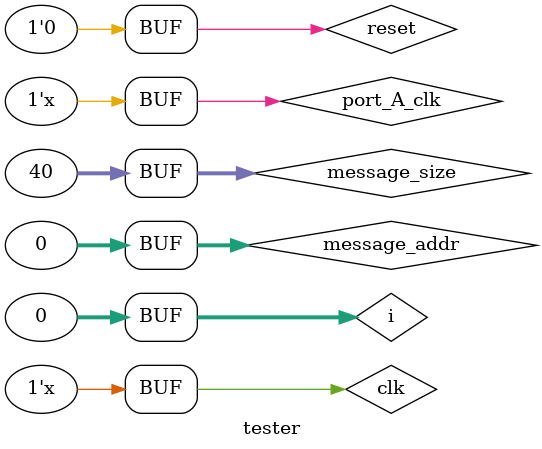
<source format=v>
module tester ();
reg	clk;
reg	reset;
wire	writing;
reg	[31:0] datain;
wire	CU1_lrunwo;
wire	CU1_haslast;
wire	CU2_haslast;
wire	CU3_haslast;
wire	CU4_haslast;
wire	[15:0] CU1_curr;
wire	[15:0] CU1_lrun;
wire	[15:0] CU2_curr;
wire	[15:0] CU3_curr;
wire	[15:0] CU4_curr;
wire [7:0] CU4_lrunlen;
wire [7:0] CU4_lrunval;
wire	[31:0] dataout;
wire	[31:0] dout_pipe;
reg [31:0] testmem [0:16383];
wire	port_A_clk;
wire	[15:0] port_A_addr;
wire	port_A_we;
reg [31:0] message_size;
reg [31:0] message_addr;
reg [31:0] portinput;
wire	firstread;
wire done_read;
wire done_write;

always begin
#5 clk = ~clk; // Toggle clock every 5 ticks
// this makes the clock cycle 10 ticks
end
integer i;
initial begin
/*testmem[0] = 32'h00000000;
testmem[1] = 32'h00000000;
testmem[2] = 32'h00000000;
testmem[3] = 32'h00000000;
testmem[4] = 32'h00000000;
testmem[5] = 32'h00000000;
testmem[6] = 32'h00000000;
testmem[7] = 32'h00000000;
testmem[8] = 32'h00000000;
testmem[9] = 32'h00000000;
testmem[10] = 32'h00000028;
testmem[11] = 32'h864d7f00;
testmem[0] = 32'h00000000;
testmem[1] = 32'h12345678;
testmem[2] = 32'h9ABCDEF0;
testmem[3] = 32'h00000000;
testmem[4] = 32'h00000000;
testmem[5] = 32'h0F005030;
testmem[6] = 32'h00000028;
testmem[7] = 32'h864d7f00;
testmem[8] = 32'h82367002;
testmem[9] = 32'h04564530;
testmem[10] = 32'h45645722;
testmem[11] = 32'hAB56C352;
testmem[12] = 32'h00555322;*/
testmem[0] = 32'h0a0c0b0a;
testmem[1] = 32'h0b0a0c0b;
testmem[2] = 32'h0c0b0a0c;
testmem[3] = 32'h0a0c0b0a;
testmem[4] = 32'h0b0a0c0b;
testmem[5] = 32'h0c0b0a0c;
testmem[6] = 32'h0a0c0b0a;
testmem[7] = 32'h0b0a0c0b;
testmem[8] = 32'h0c0b0a0c;
testmem[9] = 32'h000c0b0a;

i = 0;
clk = 1;
reset = 1;
message_size = 40;
message_addr = 0;
#20 reset = 0;

/*for (i=0;i<7;i=i+1) begin
	
	#20 datain = testmem[i];
	if (writing)
		#10;
end*/

end

assign port_A_clk = clk;
assign port_A_we = writing;
always @(posedge port_A_clk)
begin
	if (port_A_addr % 4 == 0)
	begin
		if (port_A_we == 1'b1) 	// write
			portinput = dataout; //testmem[port_A_addr >> 2] = datain;
		else		// read
			datain = testmem[port_A_addr >> 2];
	end
	else
		$display("Error: memory reference not word aligned!\n");
end
 


block blkv(.clk(clk),
	.reset(reset),
	.datain(datain),
	.writing(writing),
	.CU1_lrunwo(CU1_lrunwo),
	.CU1_haslast(CU1_haslast),
	.CU2_haslast(CU2_haslast),
	.CU3_haslast(CU3_haslast),
	.CU4_haslast(CU4_haslast),
	.CU1_curr(CU1_curr),
	.CU1_lrun(CU1_lrun),
	.CU2_curr(CU2_curr),
	.CU3_curr(CU3_curr),
	.CU4_curr(CU4_curr),
	.dataout(dataout),
	.port_A_addr(port_A_addr),
	.message_addr(message_addr),
	.message_size(message_size),
	.dout_pipe(dout_pipe),
	.firstread(firstread),
	.done_read(done_read),
	.done_write(done_write));
	
endmodule
</source>
